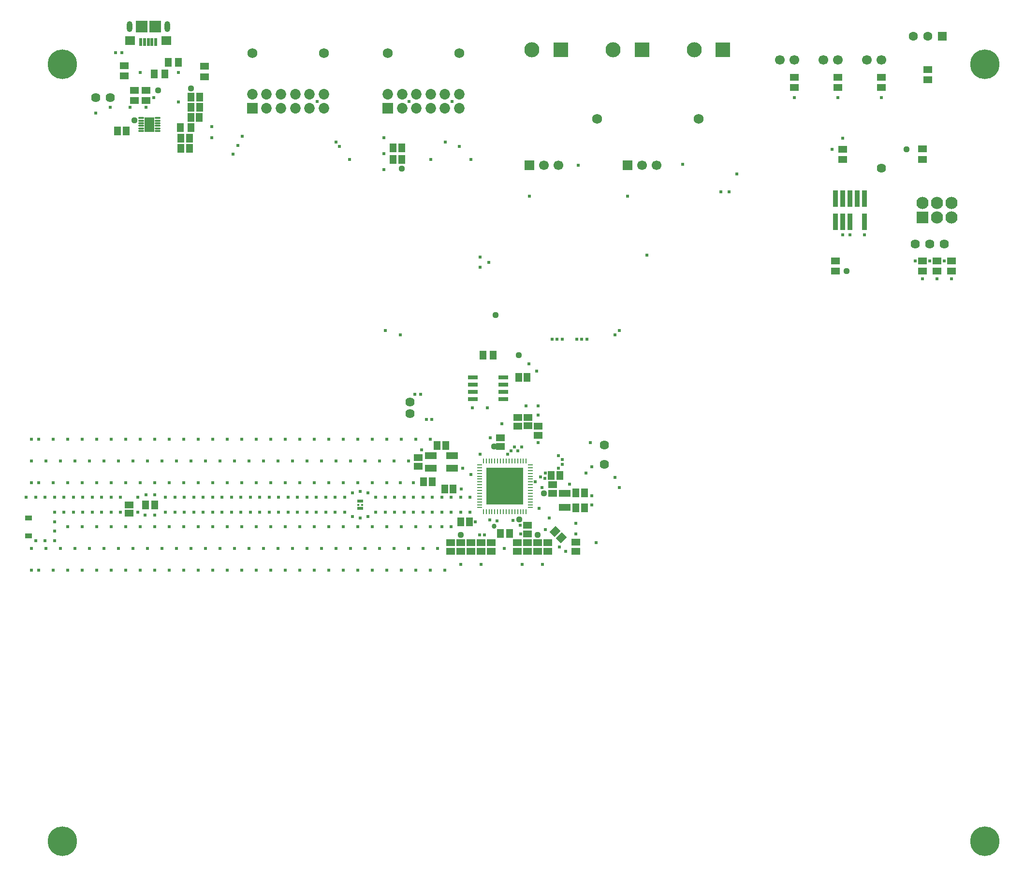
<source format=gbr>
G04*
G04 #@! TF.GenerationSoftware,Altium Limited,Altium Designer,23.2.1 (34)*
G04*
G04 Layer_Color=8388736*
%FSLAX44Y44*%
%MOMM*%
G71*
G04*
G04 #@! TF.SameCoordinates,B8F3427F-0302-4C4C-BDD2-04FEC27F4463*
G04*
G04*
G04 #@! TF.FilePolarity,Negative*
G04*
G01*
G75*
%ADD19R,1.2000X0.9556*%
%ADD22R,0.2540X0.8128*%
%ADD24R,0.8128X0.2540*%
%ADD25R,1.0500X0.5000*%
%ADD26R,0.3500X0.3500*%
%ADD38C,1.6240*%
%ADD39R,1.5000X1.2000*%
%ADD40R,1.2000X1.5000*%
%ADD41R,6.4008X6.4008*%
%ADD42R,1.5000X1.3000*%
%ADD43R,1.7500X0.7100*%
%ADD44R,1.3000X1.5000*%
%ADD45R,2.0000X1.2000*%
%ADD46R,2.1000X1.3000*%
%ADD47R,1.7000X2.6000*%
G04:AMPARAMS|DCode=48|XSize=0.94mm|YSize=0.35mm|CornerRadius=0.0813mm|HoleSize=0mm|Usage=FLASHONLY|Rotation=180.000|XOffset=0mm|YOffset=0mm|HoleType=Round|Shape=RoundedRectangle|*
%AMROUNDEDRECTD48*
21,1,0.9400,0.1875,0,0,180.0*
21,1,0.7775,0.3500,0,0,180.0*
1,1,0.1625,-0.3888,0.0938*
1,1,0.1625,0.3888,0.0938*
1,1,0.1625,0.3888,-0.0938*
1,1,0.1625,-0.3888,-0.0938*
%
%ADD48ROUNDEDRECTD48*%
%ADD49R,0.8400X2.8900*%
G04:AMPARAMS|DCode=50|XSize=1.5mm|YSize=1.2mm|CornerRadius=0mm|HoleSize=0mm|Usage=FLASHONLY|Rotation=225.000|XOffset=0mm|YOffset=0mm|HoleType=Round|Shape=Rectangle|*
%AMROTATEDRECTD50*
4,1,4,0.1061,0.9546,0.9546,0.1061,-0.1061,-0.9546,-0.9546,-0.1061,0.1061,0.9546,0.0*
%
%ADD50ROTATEDRECTD50*%

%ADD51R,2.0000X2.0000*%
%ADD52R,1.7000X1.5000*%
%ADD53R,0.5000X1.4500*%
%ADD54R,2.6400X2.6400*%
%ADD55C,2.6400*%
%ADD56C,1.7524*%
%ADD57C,1.8524*%
%ADD58R,1.8524X1.8524*%
%ADD59R,1.7000X1.7000*%
%ADD60C,1.7000*%
%ADD61C,2.1320*%
%ADD62R,2.1320X2.1320*%
%ADD63C,1.7000*%
%ADD64R,1.6000X1.6000*%
%ADD65C,1.6000*%
%ADD66C,1.7500*%
%ADD67O,1.0000X1.9000*%
%ADD68C,5.1800*%
%ADD69C,0.6080*%
%ADD70C,1.1160*%
%ADD71C,0.8620*%
D19*
X21590Y647988D02*
D03*
Y616932D02*
D03*
D22*
X858481Y659130D02*
D03*
X893490D02*
D03*
X888488D02*
D03*
X883487D02*
D03*
X878486D02*
D03*
X873484D02*
D03*
X868483D02*
D03*
X863482D02*
D03*
X853479D02*
D03*
X848478D02*
D03*
X843477D02*
D03*
X838476D02*
D03*
X833474D02*
D03*
X828473D02*
D03*
X823472D02*
D03*
X818471D02*
D03*
Y748030D02*
D03*
X823472D02*
D03*
X828473D02*
D03*
X833474D02*
D03*
X838476D02*
D03*
X843477D02*
D03*
X848478D02*
D03*
X853479D02*
D03*
X858481D02*
D03*
X863482D02*
D03*
X868483D02*
D03*
X873484D02*
D03*
X878486D02*
D03*
X883487D02*
D03*
X888488D02*
D03*
X893490D02*
D03*
D24*
X900430Y741089D02*
D03*
Y736088D02*
D03*
Y731087D02*
D03*
Y726086D02*
D03*
Y721084D02*
D03*
Y716083D02*
D03*
Y711082D02*
D03*
Y706081D02*
D03*
Y701079D02*
D03*
Y696078D02*
D03*
Y691077D02*
D03*
Y686076D02*
D03*
Y681074D02*
D03*
Y676073D02*
D03*
Y671072D02*
D03*
Y666070D02*
D03*
X811530D02*
D03*
Y671072D02*
D03*
Y676073D02*
D03*
Y681074D02*
D03*
Y686076D02*
D03*
Y691077D02*
D03*
Y696078D02*
D03*
Y701079D02*
D03*
Y706081D02*
D03*
Y711082D02*
D03*
Y716083D02*
D03*
Y721084D02*
D03*
Y726086D02*
D03*
Y731087D02*
D03*
Y736088D02*
D03*
Y741089D02*
D03*
D25*
X602540Y664822D02*
D03*
Y677322D02*
D03*
D26*
X605790Y671072D02*
D03*
X599290D02*
D03*
D38*
X1625600Y1127760D02*
D03*
X1600200D02*
D03*
X1574800Y1127506D02*
D03*
X1515110Y1261110D02*
D03*
X165100Y1384300D02*
D03*
X139700D02*
D03*
X689610Y830580D02*
D03*
Y850900D02*
D03*
X1029970Y775970D02*
D03*
Y741680D02*
D03*
D39*
X704680Y753280D02*
D03*
Y738280D02*
D03*
X848360Y788430D02*
D03*
Y773430D02*
D03*
X896620Y824230D02*
D03*
Y809230D02*
D03*
X878840Y823990D02*
D03*
Y808990D02*
D03*
X831850Y589400D02*
D03*
Y604400D02*
D03*
X814070Y589520D02*
D03*
Y604520D02*
D03*
X796290Y589520D02*
D03*
Y604520D02*
D03*
X895350Y619880D02*
D03*
Y634880D02*
D03*
X939800Y690880D02*
D03*
Y705880D02*
D03*
X930910Y604520D02*
D03*
Y589520D02*
D03*
X913130Y604520D02*
D03*
Y589520D02*
D03*
X778510Y604520D02*
D03*
Y589520D02*
D03*
X877570Y604520D02*
D03*
Y589520D02*
D03*
X895350Y604520D02*
D03*
Y589520D02*
D03*
X760730Y604760D02*
D03*
Y589760D02*
D03*
X198356Y671055D02*
D03*
Y656055D02*
D03*
D40*
X765690Y698500D02*
D03*
X750690D02*
D03*
X737820Y775110D02*
D03*
X752820D02*
D03*
X952380Y722630D02*
D03*
X937380D02*
D03*
X895110Y894080D02*
D03*
X880110D02*
D03*
X995440Y692150D02*
D03*
X980440D02*
D03*
X995440Y665480D02*
D03*
X980440D02*
D03*
X713860Y711200D02*
D03*
X728860D02*
D03*
X675640Y1276350D02*
D03*
X660640D02*
D03*
X675640Y1296670D02*
D03*
X660640D02*
D03*
X192800Y1325880D02*
D03*
X177800D02*
D03*
X793750Y641350D02*
D03*
X778750D02*
D03*
X306310Y1385570D02*
D03*
X321310D02*
D03*
X306190Y1350010D02*
D03*
X321190D02*
D03*
X306310Y1367790D02*
D03*
X321310D02*
D03*
X288530Y1313180D02*
D03*
X303530D02*
D03*
X288530Y1295400D02*
D03*
X303530D02*
D03*
D41*
X855980Y703580D02*
D03*
D42*
X980440Y605280D02*
D03*
Y589280D02*
D03*
X914400Y792990D02*
D03*
Y808990D02*
D03*
X1638300Y1080550D02*
D03*
Y1098550D02*
D03*
X1612900Y1080550D02*
D03*
Y1098550D02*
D03*
X1587500Y1080550D02*
D03*
Y1098550D02*
D03*
X1447800Y1294240D02*
D03*
Y1276240D02*
D03*
X207010Y1379000D02*
D03*
Y1397000D02*
D03*
X227330Y1379000D02*
D03*
Y1397000D02*
D03*
X1435100Y1098550D02*
D03*
Y1080550D02*
D03*
X1596390Y1433830D02*
D03*
Y1415830D02*
D03*
X1515110Y1401860D02*
D03*
Y1419860D02*
D03*
X1438910Y1401860D02*
D03*
Y1419860D02*
D03*
X1362710Y1401860D02*
D03*
Y1419860D02*
D03*
X1587500Y1276350D02*
D03*
Y1294350D02*
D03*
X330200Y1439130D02*
D03*
Y1421130D02*
D03*
X189230Y1440180D02*
D03*
Y1422180D02*
D03*
D43*
X800420Y894080D02*
D03*
Y881380D02*
D03*
Y868680D02*
D03*
Y855980D02*
D03*
X853120D02*
D03*
Y868680D02*
D03*
Y881380D02*
D03*
Y894080D02*
D03*
D44*
X835660Y933450D02*
D03*
X817660D02*
D03*
X864004Y620873D02*
D03*
X848004D02*
D03*
X226570Y671072D02*
D03*
X242570D02*
D03*
X288070Y1332230D02*
D03*
X306070D02*
D03*
X284700Y1446530D02*
D03*
X266700D02*
D03*
X260460Y1426210D02*
D03*
X242460D02*
D03*
D45*
X960700Y691123D02*
D03*
Y666123D02*
D03*
D46*
X726270Y757330D02*
D03*
X763270D02*
D03*
Y735330D02*
D03*
X726270D02*
D03*
D47*
X233680Y1337310D02*
D03*
D48*
X219330Y1326060D02*
D03*
Y1330560D02*
D03*
Y1335060D02*
D03*
Y1339560D02*
D03*
Y1344060D02*
D03*
Y1348560D02*
D03*
X248030D02*
D03*
Y1344060D02*
D03*
Y1339560D02*
D03*
Y1335060D02*
D03*
Y1330560D02*
D03*
Y1326060D02*
D03*
D49*
X1485900Y1207830D02*
D03*
Y1167130D02*
D03*
X1473200Y1207830D02*
D03*
X1460500D02*
D03*
Y1167130D02*
D03*
X1447800Y1207830D02*
D03*
Y1167130D02*
D03*
X1435100Y1207830D02*
D03*
Y1167130D02*
D03*
D50*
X944433Y624017D02*
D03*
X955040Y613410D02*
D03*
D51*
X219710Y1508760D02*
D03*
X243710D02*
D03*
D52*
X199710Y1484260D02*
D03*
X263710D02*
D03*
D53*
X218710Y1482010D02*
D03*
X225210D02*
D03*
X231710D02*
D03*
X238210D02*
D03*
X244710D02*
D03*
D54*
X953770Y1468120D02*
D03*
X1096010D02*
D03*
X1237488D02*
D03*
D55*
X903732D02*
D03*
X1045972D02*
D03*
X1187450D02*
D03*
D56*
X776040Y1462450D02*
D03*
X651040D02*
D03*
X413950D02*
D03*
X538950D02*
D03*
D57*
X776040Y1390650D02*
D03*
X751040D02*
D03*
X726040D02*
D03*
X701040D02*
D03*
X676040D02*
D03*
X651040D02*
D03*
X776040Y1365650D02*
D03*
X751040D02*
D03*
X726040D02*
D03*
X701040D02*
D03*
X676040D02*
D03*
X438950D02*
D03*
X463950D02*
D03*
X488950D02*
D03*
X513950D02*
D03*
X538950D02*
D03*
X413950Y1390650D02*
D03*
X438950D02*
D03*
X463950D02*
D03*
X488950D02*
D03*
X513950D02*
D03*
X538950D02*
D03*
D58*
X651040Y1365650D02*
D03*
X413950D02*
D03*
D59*
X899160Y1266190D02*
D03*
X1070610D02*
D03*
D60*
X924560D02*
D03*
X949960D02*
D03*
X1121410D02*
D03*
X1096010D02*
D03*
D61*
X1587500Y1200150D02*
D03*
X1612900D02*
D03*
X1638300D02*
D03*
Y1174750D02*
D03*
X1612900D02*
D03*
D62*
X1587500D02*
D03*
D63*
X1489710Y1450340D02*
D03*
X1515110D02*
D03*
X1413510D02*
D03*
X1438910D02*
D03*
X1337310D02*
D03*
X1362710D02*
D03*
D64*
X1621790Y1492250D02*
D03*
D65*
X1596790D02*
D03*
X1571790D02*
D03*
D66*
X1017270Y1347470D02*
D03*
X1195070D02*
D03*
D67*
X198710Y1508760D02*
D03*
X264710D02*
D03*
D68*
X1696720Y81280D02*
D03*
Y1442720D02*
D03*
X81280D02*
D03*
Y81280D02*
D03*
D69*
X925830Y717550D02*
D03*
X261620Y684530D02*
D03*
X34290Y608330D02*
D03*
X26670Y709930D02*
D03*
Y786130D02*
D03*
X782320Y735330D02*
D03*
X1262380Y1250950D02*
D03*
X1234440Y1219200D02*
D03*
X1248410D02*
D03*
X50800Y608330D02*
D03*
X67310D02*
D03*
Y624840D02*
D03*
X182880Y684530D02*
D03*
Y657860D02*
D03*
X166370Y684530D02*
D03*
Y657860D02*
D03*
X17780Y684530D02*
D03*
X83820Y657860D02*
D03*
Y684530D02*
D03*
X67310D02*
D03*
Y657860D02*
D03*
X34290Y684530D02*
D03*
X50800D02*
D03*
X116840Y657860D02*
D03*
Y684530D02*
D03*
X100330D02*
D03*
Y657860D02*
D03*
X133350D02*
D03*
Y684530D02*
D03*
X149860D02*
D03*
Y657860D02*
D03*
X709930Y767080D02*
D03*
X699770Y786130D02*
D03*
X725170D02*
D03*
X750570Y556260D02*
D03*
X26670D02*
D03*
Y594360D02*
D03*
X39370Y709930D02*
D03*
X64770D02*
D03*
X90170D02*
D03*
X166370D02*
D03*
X115570D02*
D03*
X140970D02*
D03*
X648970Y556260D02*
D03*
X699770D02*
D03*
X674370D02*
D03*
X572770D02*
D03*
X598170D02*
D03*
X623570D02*
D03*
X547370D02*
D03*
X521970D02*
D03*
X115570D02*
D03*
X90170D02*
D03*
X64770D02*
D03*
X39370D02*
D03*
X140970D02*
D03*
X445770D02*
D03*
X420370D02*
D03*
X471170D02*
D03*
X496570D02*
D03*
X394970D02*
D03*
X369570D02*
D03*
X344170D02*
D03*
X318770D02*
D03*
X267970D02*
D03*
X242570D02*
D03*
X191770D02*
D03*
X217170D02*
D03*
X166370D02*
D03*
X293370D02*
D03*
X166370Y632460D02*
D03*
X140970D02*
D03*
X115570D02*
D03*
X90170D02*
D03*
X67310Y641350D02*
D03*
X102870Y594360D02*
D03*
X77470D02*
D03*
X52070D02*
D03*
X179070D02*
D03*
X153670D02*
D03*
X128270D02*
D03*
X762000Y632460D02*
D03*
X745490D02*
D03*
X420370D02*
D03*
X445770D02*
D03*
X471170D02*
D03*
X496570D02*
D03*
X191770D02*
D03*
X217170D02*
D03*
X242570D02*
D03*
X267970D02*
D03*
X293370D02*
D03*
X394970D02*
D03*
X369570D02*
D03*
X318770D02*
D03*
X344170D02*
D03*
X521970D02*
D03*
X547370D02*
D03*
X623570D02*
D03*
X572770D02*
D03*
X598170D02*
D03*
X725170D02*
D03*
X648970D02*
D03*
X699770D02*
D03*
X674370D02*
D03*
X778510Y657860D02*
D03*
Y684530D02*
D03*
X241300Y1384300D02*
D03*
X854710Y594360D02*
D03*
X883920Y619760D02*
D03*
X185420Y1463040D02*
D03*
X173990D02*
D03*
X643890Y1258570D02*
D03*
Y1314450D02*
D03*
Y1286510D02*
D03*
X1515110Y1384300D02*
D03*
X1438910D02*
D03*
X1362710D02*
D03*
X1167130Y1267460D02*
D03*
X984250Y1266190D02*
D03*
X763270Y1377950D02*
D03*
X688340D02*
D03*
X527034Y1378069D02*
D03*
X233680Y1337310D02*
D03*
X228600Y1328420D02*
D03*
X238760Y1346200D02*
D03*
X342900Y1314450D02*
D03*
Y1333500D02*
D03*
X284480Y1428750D02*
D03*
X217170D02*
D03*
X1638300Y1066800D02*
D03*
X1612900D02*
D03*
X1587500D02*
D03*
X1447800Y1313180D02*
D03*
X1428750Y1294130D02*
D03*
X1485900Y1144270D02*
D03*
X1460500D02*
D03*
X1447800D02*
D03*
X922020Y566420D02*
D03*
X886460D02*
D03*
X814070D02*
D03*
X778510D02*
D03*
X980440Y638810D02*
D03*
X927100Y627380D02*
D03*
X951230Y596900D02*
D03*
X1008380Y737870D02*
D03*
X969010Y707390D02*
D03*
X1008380Y687070D02*
D03*
Y670560D02*
D03*
X914400Y844550D02*
D03*
X892810D02*
D03*
X914400Y828040D02*
D03*
X850900Y812800D02*
D03*
X830580Y788670D02*
D03*
X825500Y840740D02*
D03*
X798830D02*
D03*
X911860Y905510D02*
D03*
X897890Y918210D02*
D03*
X26670Y748030D02*
D03*
X718820Y820420D02*
D03*
X102870Y748030D02*
D03*
X128270D02*
D03*
X77470D02*
D03*
X52070D02*
D03*
X179070D02*
D03*
X153670D02*
D03*
X695960Y709930D02*
D03*
X191770D02*
D03*
X471170D02*
D03*
X496570D02*
D03*
X445770D02*
D03*
X420370D02*
D03*
X547370D02*
D03*
X521970D02*
D03*
X318770D02*
D03*
X293370D02*
D03*
X344170D02*
D03*
X369570D02*
D03*
X394970D02*
D03*
X267970D02*
D03*
X242570D02*
D03*
X217170D02*
D03*
X623570D02*
D03*
X598170D02*
D03*
X572770D02*
D03*
X648970D02*
D03*
X674370Y786130D02*
D03*
X648970D02*
D03*
X572770D02*
D03*
X598170D02*
D03*
X623570D02*
D03*
X217170D02*
D03*
X242570D02*
D03*
X267970D02*
D03*
X394970D02*
D03*
X369570D02*
D03*
X344170D02*
D03*
X293370D02*
D03*
X318770D02*
D03*
X521970D02*
D03*
X547370D02*
D03*
X420370D02*
D03*
X445770D02*
D03*
X496570D02*
D03*
X471170D02*
D03*
X191770D02*
D03*
X166370D02*
D03*
X39370D02*
D03*
X140970D02*
D03*
X64770D02*
D03*
X90170D02*
D03*
X115570D02*
D03*
X779780Y698500D02*
D03*
X725170Y556260D02*
D03*
X998220Y726440D02*
D03*
X139700Y1357630D02*
D03*
X165100Y1367790D02*
D03*
X204470Y748030D02*
D03*
X229870D02*
D03*
X204470Y594360D02*
D03*
X229870D02*
D03*
X255270Y748030D02*
D03*
X280670D02*
D03*
X331470D02*
D03*
X306070D02*
D03*
X407670D02*
D03*
X433070D02*
D03*
X382270D02*
D03*
X356870D02*
D03*
X509270D02*
D03*
X534670D02*
D03*
X483870D02*
D03*
X458470D02*
D03*
X610870D02*
D03*
X636270D02*
D03*
X585470D02*
D03*
X560070D02*
D03*
X673100Y709930D02*
D03*
X687070Y748030D02*
D03*
X661670D02*
D03*
Y594360D02*
D03*
X687070D02*
D03*
X737870D02*
D03*
X712470D02*
D03*
X560070D02*
D03*
X585470D02*
D03*
X636270D02*
D03*
X610870D02*
D03*
X458470D02*
D03*
X483870D02*
D03*
X534670D02*
D03*
X509270D02*
D03*
X356870D02*
D03*
X382270D02*
D03*
X433070D02*
D03*
X407670D02*
D03*
X306070D02*
D03*
X331470D02*
D03*
X280670D02*
D03*
X255270D02*
D03*
X227330Y688340D02*
D03*
X242570D02*
D03*
Y652780D02*
D03*
X226060D02*
D03*
X213360Y657860D02*
D03*
Y684530D02*
D03*
X393700Y657860D02*
D03*
Y684530D02*
D03*
X377190D02*
D03*
Y657860D02*
D03*
X344170D02*
D03*
Y684530D02*
D03*
X360680D02*
D03*
Y657860D02*
D03*
X294640D02*
D03*
Y684530D02*
D03*
X278130D02*
D03*
Y657860D02*
D03*
X311150D02*
D03*
Y684530D02*
D03*
X327660D02*
D03*
Y657860D02*
D03*
X261620D02*
D03*
X575310D02*
D03*
Y684530D02*
D03*
X558800D02*
D03*
Y657860D02*
D03*
X525780D02*
D03*
Y684530D02*
D03*
X542290D02*
D03*
Y657860D02*
D03*
X476250D02*
D03*
Y684530D02*
D03*
X459740D02*
D03*
Y657860D02*
D03*
X492760D02*
D03*
Y684530D02*
D03*
X509270D02*
D03*
Y657860D02*
D03*
X410210D02*
D03*
Y684530D02*
D03*
X426720Y657860D02*
D03*
Y684530D02*
D03*
X443230D02*
D03*
Y657860D02*
D03*
X662940D02*
D03*
Y684530D02*
D03*
X646430D02*
D03*
Y657860D02*
D03*
X629920Y684530D02*
D03*
Y657860D02*
D03*
X728980D02*
D03*
Y684530D02*
D03*
X712470D02*
D03*
Y657860D02*
D03*
X679450D02*
D03*
Y684530D02*
D03*
X695960D02*
D03*
Y657860D02*
D03*
X762000D02*
D03*
Y684530D02*
D03*
X745490D02*
D03*
Y657860D02*
D03*
X795020Y684530D02*
D03*
Y657860D02*
D03*
X803910Y641350D02*
D03*
X615950Y691896D02*
D03*
X602540Y694436D02*
D03*
X615950Y650240D02*
D03*
X602540Y647700D02*
D03*
X589280Y691896D02*
D03*
Y650240D02*
D03*
X1005840Y779780D02*
D03*
X933450Y647700D02*
D03*
X915670Y664464D02*
D03*
X914400Y779780D02*
D03*
X882650Y635000D02*
D03*
X869950Y643890D02*
D03*
X1056640Y701040D02*
D03*
X1104900Y1108710D02*
D03*
X980440Y619760D02*
D03*
X962660Y589280D02*
D03*
X1016000Y604520D02*
D03*
X842010Y642620D02*
D03*
X708660Y864870D02*
D03*
X646430Y976630D02*
D03*
X673100Y969010D02*
D03*
X981710Y961390D02*
D03*
X1049020Y969010D02*
D03*
X1056640Y976630D02*
D03*
X1049020Y718820D02*
D03*
X238760Y1328420D02*
D03*
X228600Y1346200D02*
D03*
X875030Y684530D02*
D03*
Y709930D02*
D03*
Y697230D02*
D03*
Y722630D02*
D03*
X862330Y684530D02*
D03*
Y709930D02*
D03*
Y697230D02*
D03*
Y722630D02*
D03*
X849630Y684530D02*
D03*
Y709930D02*
D03*
Y697230D02*
D03*
Y722630D02*
D03*
X836930Y684530D02*
D03*
Y709930D02*
D03*
Y697230D02*
D03*
Y722630D02*
D03*
X868680Y728980D02*
D03*
Y678180D02*
D03*
Y703580D02*
D03*
Y690880D02*
D03*
Y716280D02*
D03*
X843280Y728980D02*
D03*
Y678180D02*
D03*
Y703580D02*
D03*
Y690880D02*
D03*
Y716280D02*
D03*
X855980Y728980D02*
D03*
Y678180D02*
D03*
Y703580D02*
D03*
Y690880D02*
D03*
Y716280D02*
D03*
X881380Y728980D02*
D03*
Y678180D02*
D03*
Y703580D02*
D03*
Y690880D02*
D03*
Y716280D02*
D03*
X830580D02*
D03*
Y690880D02*
D03*
Y703580D02*
D03*
Y678180D02*
D03*
Y728980D02*
D03*
X878840Y765810D02*
D03*
X828040Y1096010D02*
D03*
X812800Y1104900D02*
D03*
Y1087120D02*
D03*
X947420Y961390D02*
D03*
X566420Y1299210D02*
D03*
X560070Y1306830D02*
D03*
X938530Y961390D02*
D03*
X956374Y750724D02*
D03*
X956310Y741680D02*
D03*
X949960Y735330D02*
D03*
Y756920D02*
D03*
X926800Y726690D02*
D03*
X918210Y720090D02*
D03*
X956310Y961390D02*
D03*
X990645Y961345D02*
D03*
X999535D02*
D03*
X698500Y864870D02*
D03*
X379730Y1285240D02*
D03*
X396240Y1316990D02*
D03*
X388620Y1300480D02*
D03*
X812800Y759460D02*
D03*
X921000Y700790D02*
D03*
X584200Y1276350D02*
D03*
X727710Y820420D02*
D03*
X899160Y1211580D02*
D03*
X1070610D02*
D03*
X796290Y1276350D02*
D03*
X726440D02*
D03*
X885190Y772160D02*
D03*
X866648Y765810D02*
D03*
X860806Y759722D02*
D03*
X751840Y1306830D02*
D03*
X775970Y1299210D02*
D03*
X820420Y618236D02*
D03*
X811530D02*
D03*
X829314Y644473D02*
D03*
X909320Y711708D02*
D03*
X872490Y772160D02*
D03*
X1625600Y1098550D02*
D03*
X1600200D02*
D03*
X1574800D02*
D03*
X796290Y723900D02*
D03*
X199390Y1367790D02*
D03*
X227330D02*
D03*
X284480Y1376680D02*
D03*
D70*
X881380Y645160D02*
D03*
X913130Y618490D02*
D03*
X207010Y1344930D02*
D03*
X1559560Y1294130D02*
D03*
X1454150Y1080770D02*
D03*
X839568Y1003202D02*
D03*
X675640Y1259840D02*
D03*
X778510Y618490D02*
D03*
X924560Y690880D02*
D03*
X837199Y773430D02*
D03*
X880110Y933450D02*
D03*
X306070Y1400810D02*
D03*
X248920Y1397000D02*
D03*
D71*
X836934Y633734D02*
D03*
M02*

</source>
